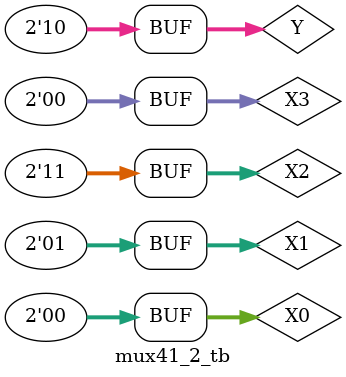
<source format=v>
`timescale 1ns/10ps  //时间单位/精度

 module mux41_2(
	input [1:0] X0,
	input [1:0] X1,
	input [1:0] X2,
	input [1:0] X3,
	input [1:0] Y,
	output reg [1:0] F
	);

//add your code here

always @ (*)

   case(Y)
	0:F=X0;
	1:F=X1;
	2:F=X2;
	3:F=X3;
	default:F=1'b0;
	endcase
	



/*   begin 
	if(Y==2'b00)
	F=X0;
	else if(Y==2'b01)
	F=X1;
	else if(Y==2'b10)
	F=X2;
	else 
	F=X3;
	
	end */



endmodule

// testbench
module mux41_2_tb;

reg [1:0] X0;
reg [1:0] X1;
reg [1:0] X2;
reg [1:0] X3;
reg [1:0] Y;
wire [1:0] F;

mux41_2 mux41_2(
   .X0(X0),
	.X1(X1),
	.X2(X2),
	.X3(X3),
	.Y(Y),
	.F(F)
);

initial begin

    X0=0; X1=1; X2=2; X3=3; Y=0;
#10 X0=0; X1=1; X2=2; X3=3; Y=1;
#10 X0=0; X1=1; X2=2; X3=3; Y=2;
#10 X0=0; X1=1; X2=2; X3=3; Y=3;
#10 X0=0; X1=1; X2=2; X3=0; Y=3;
#10 X0=0; X1=1; X2=3; X3=0; Y=2;   

end

endmodule



</source>
